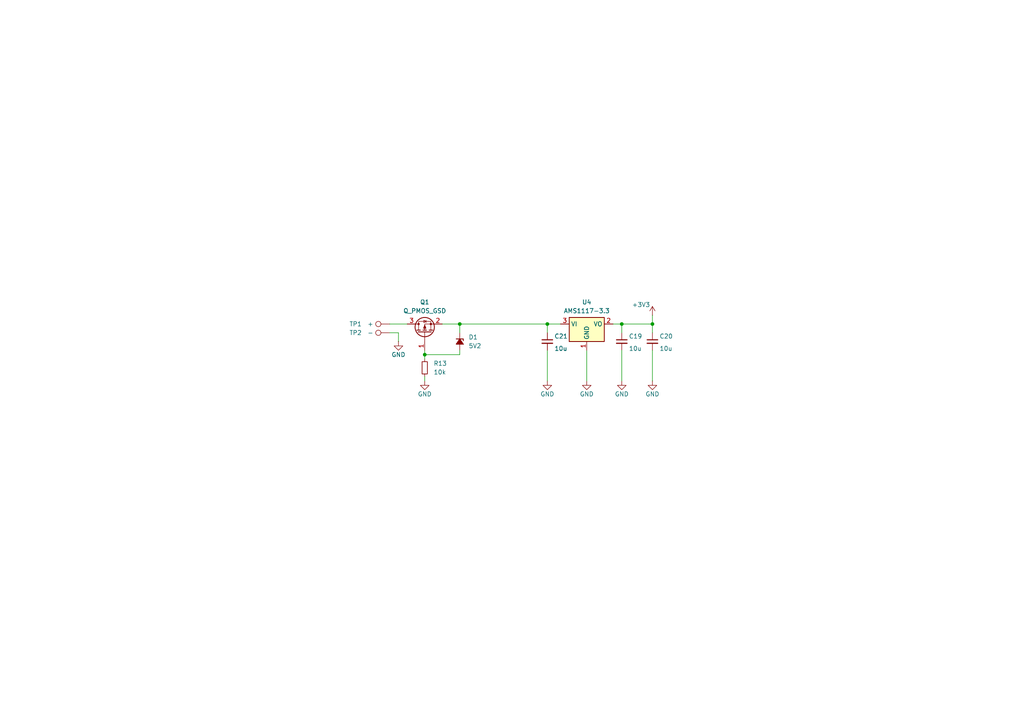
<source format=kicad_sch>
(kicad_sch (version 20250114) (generator "eeschema") (generator_version "9.0")
  (paper "A4")
  (lib_symbols
    (symbol "Connector:TestPoint" (pin_numbers (hide yes)) (pin_names (offset 0.762) (hide yes))
      (property "Reference" "TP" (at 0 6.858 0))
      (property "Value" "TestPoint" (at 0 5.08 0))
      (symbol "TestPoint_0_1"
        (circle (center 0 3.302) (radius 0.762))
      )
      (symbol "TestPoint_1_1"
        (pin passive line (at 0 0 90) (length 2.54) (name "1") (number "1"))
      )
    )
    (symbol "Device:C_Small" (pin_numbers (hide yes)) (pin_names (offset 0.254) (hide yes))
      (property "Reference" "C" (at 0.254 1.778 0))
      (property "Value" "C_Small" (at 0.254 -2.032 0))
      (symbol "C_Small_0_1"
        (polyline (pts (xy -1.524 0.508) (xy 1.524 0.508)) (stroke (width 0.3048)))
        (polyline (pts (xy -1.524 -0.508) (xy 1.524 -0.508)) (stroke (width 0.3302)))
      )
      (symbol "C_Small_1_1"
        (pin passive line (at 0 2.54 270) (length 2.032) (name "~") (number "1"))
        (pin passive line (at 0 -2.54 90) (length 2.032) (name "~") (number "2"))
      )
    )
    (symbol "Device:D_Zener_Small_Filled" (pin_numbers (hide yes)) (pin_names (offset 0.254) (hide yes))
      (property "Reference" "D" (at 0 2.286 0))
      (property "Value" "D_Zener_Small_Filled" (at 0 -2.286 0))
      (symbol "D_Zener_Small_Filled_0_1"
        (polyline (pts (xy -0.254 1.016) (xy -0.762 1.016) (xy -0.762 -1.016)) (stroke (width 0.254)))
        (polyline (pts (xy 0.762 1.016) (xy -0.762 0) (xy 0.762 -1.016) (xy 0.762 1.016)) (stroke (width 0.254)) (fill (type outline)))
        (polyline (pts (xy 0.762 0) (xy -0.762 0)))
      )
      (symbol "D_Zener_Small_Filled_1_1"
        (pin passive line (at -2.54 0 0) (length 1.778) (name "K") (number "1"))
        (pin passive line (at 2.54 0 180) (length 1.778) (name "A") (number "2"))
      )
    )
    (symbol "R_Small_1" (pin_numbers (hide yes)) (pin_names (offset 0.254) (hide yes))
      (property "Reference" "R" (at 0 0 90))
      (property "Value" "R_Small" (at 1.778 0 90))
      (symbol "R_Small_1_0_1"
        (rectangle (start -0.762 1.778) (end 0.762 -1.778) (stroke (width 0.2032)))
      )
      (symbol "R_Small_1_1_1"
        (pin passive line (at 0 2.54 270) (length 0.762) (name "~") (number "1"))
        (pin passive line (at 0 -2.54 90) (length 0.762) (name "~") (number "2"))
      )
    )
    (symbol "Regulator_Linear:AMS1117-3.3"
      (property "Reference" "U" (at -3.81 3.175 0))
      (property "Value" "AMS1117-3.3" (at 0 3.175 0))
      (symbol "AMS1117-3.3_0_1"
        (rectangle (start -5.08 -5.08) (end 5.08 1.905) (stroke (width 0.254)) (fill (type background)))
      )
      (symbol "AMS1117-3.3_1_1"
        (pin power_in line (at -7.62 0 0) (length 2.54) (name "VI") (number "3"))
        (pin power_in line (at 0 -7.62 90) (length 2.54) (name "GND") (number "1"))
        (pin power_out line (at 7.62 0 180) (length 2.54) (name "VO") (number "2"))
      )
    )
    (symbol "Transistor_FET:Q_PMOS_GSD" (pin_names (offset 0) (hide yes))
      (property "Reference" "Q" (at 5.08 1.905 0))
      (property "Value" "Q_PMOS_GSD" (at 5.08 0 0))
      (symbol "Q_PMOS_GSD_0_1"
        (polyline (pts (xy 0.254 1.905) (xy 0.254 -1.905)) (stroke (width 0.254)))
        (polyline (pts (xy 0.254 0) (xy -2.54 0)))
        (polyline (pts (xy 0.762 2.286) (xy 0.762 1.27)) (stroke (width 0.254)))
        (polyline (pts (xy 0.762 1.778) (xy 3.302 1.778) (xy 3.302 -1.778) (xy 0.762 -1.778)))
        (polyline (pts (xy 0.762 0.508) (xy 0.762 -0.508)) (stroke (width 0.254)))
        (polyline (pts (xy 0.762 -1.27) (xy 0.762 -2.286)) (stroke (width 0.254)))
        (circle (center 1.651 0) (radius 2.794) (stroke (width 0.254)))
        (polyline (pts (xy 2.286 0) (xy 1.27 0.381) (xy 1.27 -0.381) (xy 2.286 0)) (fill (type outline)))
        (polyline (pts (xy 2.54 2.54) (xy 2.54 1.778)))
        (circle (center 2.54 1.778) (radius 0.254) (fill (type outline)))
        (circle (center 2.54 -1.778) (radius 0.254) (fill (type outline)))
        (polyline (pts (xy 2.54 -2.54) (xy 2.54 0) (xy 0.762 0)))
        (polyline (pts (xy 2.921 -0.381) (xy 3.683 -0.381)))
        (polyline (pts (xy 3.302 -0.381) (xy 2.921 0.254) (xy 3.683 0.254) (xy 3.302 -0.381)))
      )
      (symbol "Q_PMOS_GSD_1_1"
        (pin input line (at -5.08 0 0) (length 2.54) (name "G") (number "1"))
        (pin passive line (at 2.54 5.08 270) (length 2.54) (name "D") (number "3"))
        (pin passive line (at 2.54 -5.08 90) (length 2.54) (name "S") (number "2"))
      )
    )
    (symbol "power:+3V3" (power) (pin_numbers (hide yes)) (pin_names (offset 0) (hide yes))
      (property "Value" "+3V3" (at 0 3.556 0))
      (symbol "+3V3_0_1"
        (polyline (pts (xy -0.762 1.27) (xy 0 2.54)))
        (polyline (pts (xy 0 2.54) (xy 0.762 1.27)))
        (polyline (pts (xy 0 0) (xy 0 2.54)))
      )
      (symbol "+3V3_1_1"
        (pin power_in line (at 0 0 90) (length 0) (name "~") (number "1"))
      )
    )
    (symbol "power:GND" (power) (pin_numbers (hide yes)) (pin_names (offset 0) (hide yes))
      (property "Value" "GND" (at 0 -3.81 0))
      (symbol "GND_0_1"
        (polyline (pts (xy 0 0) (xy 0 -1.27) (xy 1.27 -1.27) (xy 0 -2.54) (xy -1.27 -1.27) (xy 0 -1.27)))
      )
      (symbol "GND_1_1"
        (pin power_in line (at 0 0 270) (length 0) (name "~") (number "1"))
      )
    )
  )
  (junction (at 133.35 93.98))
  (junction (at 180.34 93.98))
  (junction (at 123.19 102.87))
  (junction (at 189.23 93.98))
  (junction (at 158.75 93.98))
  (wire (pts (xy 189.23 91.44) (xy 189.23 93.98)))
  (wire (pts (xy 158.75 101.6) (xy 158.75 110.49)))
  (wire (pts (xy 123.19 101.6) (xy 123.19 102.87)))
  (wire (pts (xy 189.23 101.6) (xy 189.23 110.49)))
  (wire (pts (xy 123.19 102.87) (xy 133.35 102.87)))
  (wire (pts (xy 177.8 93.98) (xy 180.34 93.98)))
  (wire (pts (xy 158.75 93.98) (xy 158.75 96.52)))
  (wire (pts (xy 180.34 93.98) (xy 180.34 96.52)))
  (wire (pts (xy 123.19 102.87) (xy 123.19 104.14)))
  (wire (pts (xy 170.18 110.49) (xy 170.18 101.6)))
  (wire (pts (xy 180.34 93.98) (xy 189.23 93.98)))
  (wire (pts (xy 123.19 109.22) (xy 123.19 110.49)))
  (wire (pts (xy 133.35 93.98) (xy 158.75 93.98)))
  (wire (pts (xy 128.27 93.98) (xy 133.35 93.98)))
  (wire (pts (xy 133.35 101.6) (xy 133.35 102.87)))
  (wire (pts (xy 158.75 93.98) (xy 162.56 93.98)))
  (wire (pts (xy 133.35 96.52) (xy 133.35 93.98)))
  (wire (pts (xy 189.23 93.98) (xy 189.23 96.52)))
  (wire (pts (xy 180.34 101.6) (xy 180.34 110.49)))
  (wire (pts (xy 115.57 96.52) (xy 115.57 99.06)))
  (wire (pts (xy 113.03 96.52) (xy 115.57 96.52)))
  (wire (pts (xy 113.03 93.98) (xy 118.11 93.98)))
  (symbol (lib_id "Connector:TestPoint") (at 113.03 96.52 90) (unit 1)
    (property "Reference" "TP2" (at 103.124 96.52 90))
    (property "Value" "-" (at 107.442 96.52 90))
    (property "Footprint" "TestPoint:TestPoint_Keystone_5019_Miniature" (effects (hide yes)))
    (property "Description" "test point" (effects (hide yes)))
  )
  (symbol (lib_id "Regulator_Linear:AMS1117-3.3") (at 170.18 93.98 0) (unit 1)
    (property "Reference" "U4" (at 170.18 87.63 0))
    (property "Value" "AMS1117-3.3" (at 170.18 90.17 0))
    (property "Footprint" "Package_TO_SOT_SMD:SOT-223-3_TabPin2" (effects (hide yes)))
    (property "Datasheet" "http://www.advanced-monolithic.com/pdf/ds1117.pdf" (effects (hide yes)))
    (property "Description" "1A Low Dropout regulator, positive, 3.3V fixed output, SOT-223" (effects (hide yes)))
  )
  (symbol (lib_id "power:GND") (at 180.34 110.49 0) (unit 1)
    (property "Reference" "#PWR063" (effects (hide yes)))
    (property "Value" "GND" (at 180.34 114.3 0))
    (property "Description" "Power symbol creates a global label with name \"GND\" , ground" (effects (hide yes)))
  )
  (symbol (lib_name "R_Small_1") (lib_id "Device:R_Small") (at 123.19 106.68 180) (unit 1)
    (property "Reference" "R13" (at 125.73 105.4099 0) (effects (justify right)))
    (property "Value" "10k" (at 125.73 107.9499 0) (effects (justify right)))
    (property "Footprint" "Resistor_SMD:R_0805_2012Metric_Pad1.20x1.40mm_HandSolder" (effects (hide yes)))
    (property "Description" "Resistor, small symbol" (effects (hide yes)))
  )
  (symbol (lib_id "power:GND") (at 123.19 110.49 0) (unit 1)
    (property "Reference" "#PWR059" (effects (hide yes)))
    (property "Value" "GND" (at 123.19 114.3 0))
    (property "Description" "Power symbol creates a global label with name \"GND\" , ground" (effects (hide yes)))
  )
  (symbol (lib_id "Transistor_FET:Q_PMOS_GSD") (at 123.19 96.52 90) (unit 1)
    (property "Reference" "Q1" (at 123.19 87.63 90))
    (property "Value" "Q_PMOS_GSD" (at 123.19 90.17 90))
    (property "Footprint" "Package_TO_SOT_SMD:SOT-23_Handsoldering" (effects (hide yes)))
    (property "Description" "P-MOSFET transistor, gate/source/drain" (effects (hide yes)))
  )
  (symbol (lib_id "Device:D_Zener_Small_Filled") (at 133.35 99.06 270) (unit 1)
    (property "Reference" "D1" (at 135.89 97.7899 90) (effects (justify left)))
    (property "Value" "5V2" (at 135.89 100.3299 90) (effects (justify left)))
    (property "Footprint" "Diode_SMD:D_MiniMELF" (effects (hide yes)))
    (property "Description" "Zener diode, small symbol, filled shape" (effects (hide yes)))
  )
  (symbol (lib_id "Device:C_Small") (at 180.34 99.06 0) (unit 1)
    (property "Reference" "C19" (at 182.372 97.536 0) (effects (justify left)))
    (property "Value" "10u" (at 182.372 101.092 0) (effects (justify left)))
    (property "Footprint" "Capacitor_SMD:C_0805_2012Metric_Pad1.18x1.45mm_HandSolder" (effects (hide yes)))
    (property "Description" "Unpolarized capacitor, small symbol" (effects (hide yes)))
  )
  (symbol (lib_id "power:GND") (at 115.57 99.06 0) (unit 1)
    (property "Reference" "#PWR065" (effects (hide yes)))
    (property "Value" "GND" (at 115.57 102.87 0))
    (property "Description" "Power symbol creates a global label with name \"GND\" , ground" (effects (hide yes)))
  )
  (symbol (lib_id "Device:C_Small") (at 189.23 99.06 0) (unit 1)
    (property "Reference" "C20" (at 191.262 97.536 0) (effects (justify left)))
    (property "Value" "10u" (at 191.262 101.092 0) (effects (justify left)))
    (property "Footprint" "Capacitor_SMD:C_0805_2012Metric_Pad1.18x1.45mm_HandSolder" (effects (hide yes)))
    (property "Description" "Unpolarized capacitor, small symbol" (effects (hide yes)))
  )
  (symbol (lib_id "power:GND") (at 189.23 110.49 0) (unit 1)
    (property "Reference" "#PWR064" (effects (hide yes)))
    (property "Value" "GND" (at 189.23 114.3 0))
    (property "Description" "Power symbol creates a global label with name \"GND\" , ground" (effects (hide yes)))
  )
  (symbol (lib_id "Device:C_Small") (at 158.75 99.06 0) (unit 1)
    (property "Reference" "C21" (at 160.782 97.536 0) (effects (justify left)))
    (property "Value" "10u" (at 160.782 101.092 0) (effects (justify left)))
    (property "Footprint" "Capacitor_SMD:C_0805_2012Metric_Pad1.18x1.45mm_HandSolder" (effects (hide yes)))
    (property "Description" "Unpolarized capacitor, small symbol" (effects (hide yes)))
  )
  (symbol (lib_id "power:+3V3") (at 189.23 91.44 0) (unit 1)
    (property "Reference" "#PWR061" (effects (hide yes)))
    (property "Value" "+3V3" (at 185.928 88.392 0))
    (property "Description" "Power symbol creates a global label with name \"+3V3\"" (effects (hide yes)))
  )
  (symbol (lib_id "Connector:TestPoint") (at 113.03 93.98 90) (unit 1)
    (property "Reference" "TP1" (at 103.124 93.98 90))
    (property "Value" "+" (at 107.442 93.98 90))
    (property "Footprint" "TestPoint:TestPoint_Keystone_5019_Miniature" (effects (hide yes)))
    (property "Description" "test point" (effects (hide yes)))
  )
  (symbol (lib_id "power:GND") (at 170.18 110.49 0) (unit 1)
    (property "Reference" "#PWR060" (effects (hide yes)))
    (property "Value" "GND" (at 170.18 114.3 0))
    (property "Description" "Power symbol creates a global label with name \"GND\" , ground" (effects (hide yes)))
  )
  (symbol (lib_id "power:GND") (at 158.75 110.49 0) (unit 1)
    (property "Reference" "#PWR062" (effects (hide yes)))
    (property "Value" "GND" (at 158.75 114.3 0))
    (property "Description" "Power symbol creates a global label with name \"GND\" , ground" (effects (hide yes)))
  )
)
</source>
